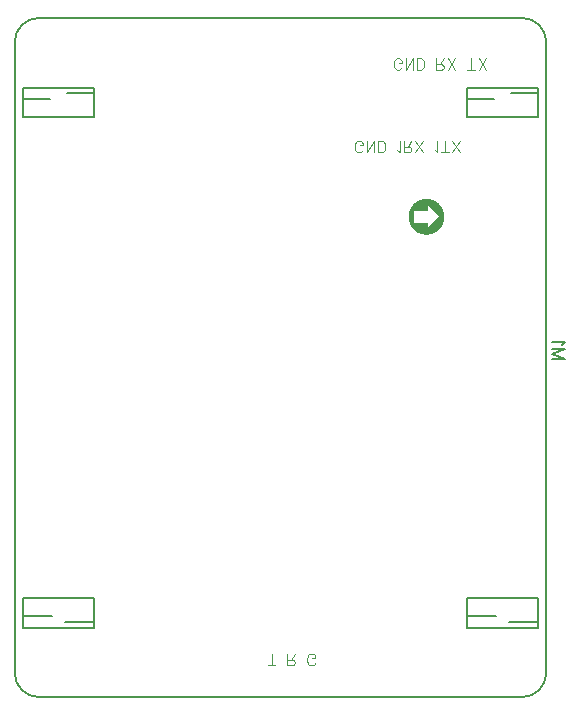
<source format=gbo>
G04 Layer: BottomSilkscreenLayer*
G04 EasyEDA v6.4.31, 2022-04-07 10:18:28*
G04 166d8731ec0749d1b06731797b2d177b,10*
G04 Gerber Generator version 0.2*
G04 Scale: 100 percent, Rotated: No, Reflected: No *
G04 Dimensions in inches *
G04 leading zeros omitted , absolute positions ,3 integer and 6 decimal *
%FSLAX36Y36*%
%MOIN*%

%ADD21C,0.0040*%
%ADD66C,0.0060*%
%ADD73C,0.0010*%

%LPD*%
D21*
X1392299Y-451300D02*
G01*
X1390500Y-454899D01*
X1386800Y-458499D01*
X1383199Y-460399D01*
X1375900Y-460399D01*
X1372299Y-458499D01*
X1368599Y-454899D01*
X1366800Y-451300D01*
X1365000Y-445799D01*
X1365000Y-436700D01*
X1366800Y-431300D01*
X1368599Y-427600D01*
X1372299Y-424000D01*
X1375900Y-422199D01*
X1383199Y-422199D01*
X1386800Y-424000D01*
X1390500Y-427600D01*
X1392299Y-431300D01*
X1392299Y-436700D01*
X1383199Y-436700D02*
G01*
X1392299Y-436700D01*
X1404300Y-460399D02*
G01*
X1404300Y-422199D01*
X1404300Y-460399D02*
G01*
X1429700Y-422199D01*
X1429700Y-460399D02*
G01*
X1429700Y-422199D01*
X1441700Y-460399D02*
G01*
X1441700Y-422199D01*
X1441700Y-460399D02*
G01*
X1454499Y-460399D01*
X1459899Y-458499D01*
X1463500Y-454899D01*
X1465399Y-451300D01*
X1467200Y-445799D01*
X1467200Y-436700D01*
X1465399Y-431300D01*
X1463500Y-427600D01*
X1459899Y-424000D01*
X1454499Y-422199D01*
X1441700Y-422199D01*
X1507200Y-460399D02*
G01*
X1507200Y-422199D01*
X1507200Y-460399D02*
G01*
X1523500Y-460399D01*
X1528999Y-458499D01*
X1530799Y-456700D01*
X1532600Y-453099D01*
X1532600Y-449499D01*
X1530799Y-445799D01*
X1528999Y-444000D01*
X1523500Y-442199D01*
X1507200Y-442199D01*
X1519899Y-442199D02*
G01*
X1532600Y-422199D01*
X1544600Y-460399D02*
G01*
X1570100Y-422199D01*
X1570100Y-460399D02*
G01*
X1544600Y-422199D01*
X1622799Y-460399D02*
G01*
X1622799Y-422199D01*
X1610100Y-460399D02*
G01*
X1635500Y-460399D01*
X1647500Y-460399D02*
G01*
X1673000Y-422199D01*
X1673000Y-460399D02*
G01*
X1647500Y-422199D01*
X1262299Y-726300D02*
G01*
X1260500Y-729899D01*
X1256800Y-733499D01*
X1253199Y-735399D01*
X1245900Y-735399D01*
X1242299Y-733499D01*
X1238599Y-729899D01*
X1236800Y-726300D01*
X1235000Y-720799D01*
X1235000Y-711700D01*
X1236800Y-706300D01*
X1238599Y-702600D01*
X1242299Y-699000D01*
X1245900Y-697199D01*
X1253199Y-697199D01*
X1256800Y-699000D01*
X1260500Y-702600D01*
X1262299Y-706300D01*
X1262299Y-711700D01*
X1253199Y-711700D02*
G01*
X1262299Y-711700D01*
X1274300Y-735399D02*
G01*
X1274300Y-697199D01*
X1274300Y-735399D02*
G01*
X1299700Y-697199D01*
X1299700Y-735399D02*
G01*
X1299700Y-697199D01*
X1311700Y-735399D02*
G01*
X1311700Y-697199D01*
X1311700Y-735399D02*
G01*
X1324499Y-735399D01*
X1329899Y-733499D01*
X1333500Y-729899D01*
X1335399Y-726300D01*
X1337200Y-720799D01*
X1337200Y-711700D01*
X1335399Y-706300D01*
X1333500Y-702600D01*
X1329899Y-699000D01*
X1324499Y-697199D01*
X1311700Y-697199D01*
X1377200Y-728099D02*
G01*
X1380799Y-729899D01*
X1386300Y-735399D01*
X1386300Y-697199D01*
X1398299Y-735399D02*
G01*
X1398299Y-697199D01*
X1398299Y-735399D02*
G01*
X1414600Y-735399D01*
X1420100Y-733499D01*
X1421899Y-731700D01*
X1423699Y-728099D01*
X1423699Y-724499D01*
X1421899Y-720799D01*
X1420100Y-719000D01*
X1414600Y-717199D01*
X1398299Y-717199D01*
X1411000Y-717199D02*
G01*
X1423699Y-697199D01*
X1435699Y-735399D02*
G01*
X1461199Y-697199D01*
X1461199Y-735399D02*
G01*
X1435699Y-697199D01*
X1501199Y-728099D02*
G01*
X1504799Y-729899D01*
X1510299Y-735399D01*
X1510299Y-697199D01*
X1535000Y-735399D02*
G01*
X1535000Y-697199D01*
X1522299Y-735399D02*
G01*
X1547700Y-735399D01*
X1559700Y-735399D02*
G01*
X1585200Y-697199D01*
X1585200Y-735399D02*
G01*
X1559700Y-697199D01*
X957727Y-2445363D02*
G01*
X957727Y-2407181D01*
X945000Y-2445363D02*
G01*
X970455Y-2445363D01*
X1010455Y-2445363D02*
G01*
X1010455Y-2407181D01*
X1010455Y-2445363D02*
G01*
X1026818Y-2445363D01*
X1032272Y-2443544D01*
X1034090Y-2441727D01*
X1035909Y-2438090D01*
X1035909Y-2434454D01*
X1034090Y-2430817D01*
X1032272Y-2429000D01*
X1026818Y-2427181D01*
X1010455Y-2427181D01*
X1023181Y-2427181D02*
G01*
X1035909Y-2407181D01*
X1103181Y-2436273D02*
G01*
X1101364Y-2439908D01*
X1097727Y-2443544D01*
X1094090Y-2445363D01*
X1086818Y-2445363D01*
X1083181Y-2443544D01*
X1079544Y-2439908D01*
X1077727Y-2436273D01*
X1075909Y-2430817D01*
X1075909Y-2421727D01*
X1077727Y-2416273D01*
X1079544Y-2412636D01*
X1083181Y-2409000D01*
X1086818Y-2407181D01*
X1094090Y-2407181D01*
X1097727Y-2409000D01*
X1101364Y-2412636D01*
X1103181Y-2416273D01*
X1103181Y-2421727D01*
X1094090Y-2421727D02*
G01*
X1103181Y-2421727D01*
D66*
X1935399Y-1425000D02*
G01*
X1892500Y-1425000D01*
X1935399Y-1425000D02*
G01*
X1892500Y-1408600D01*
X1935399Y-1392300D02*
G01*
X1892500Y-1408600D01*
X1935399Y-1392300D02*
G01*
X1892500Y-1392300D01*
X1927200Y-1378800D02*
G01*
X1929300Y-1374699D01*
X1935399Y-1368499D01*
X1892500Y-1368499D01*
D73*
X1415000Y-956995D02*
G01*
X1415000Y-939996D01*
X1416000Y-963000D02*
G01*
X1416000Y-935000D01*
X1416999Y-965999D02*
G01*
X1416999Y-931999D01*
X1418000Y-969000D02*
G01*
X1418000Y-929000D01*
X1418999Y-971999D02*
G01*
X1418999Y-925999D01*
X1420000Y-974000D02*
G01*
X1420000Y-924000D01*
X1421000Y-975999D02*
G01*
X1421000Y-921999D01*
X1421999Y-978000D02*
G01*
X1421999Y-920000D01*
X1423000Y-979000D02*
G01*
X1423000Y-918000D01*
X1423999Y-980999D02*
G01*
X1423999Y-916999D01*
X1425000Y-981999D02*
G01*
X1425000Y-915000D01*
X1426000Y-984000D02*
G01*
X1426000Y-914000D01*
X1426999Y-985000D02*
G01*
X1426999Y-913000D01*
X1428000Y-985999D02*
G01*
X1428000Y-911999D01*
X1428999Y-986999D02*
G01*
X1428999Y-910000D01*
X1430000Y-928000D02*
G01*
X1430000Y-909000D01*
X1430000Y-989000D02*
G01*
X1430000Y-970000D01*
X1431000Y-928000D02*
G01*
X1431000Y-908000D01*
X1431000Y-990000D02*
G01*
X1431000Y-970000D01*
X1431999Y-928000D02*
G01*
X1431999Y-906999D01*
X1431999Y-990999D02*
G01*
X1431999Y-970000D01*
X1433000Y-928000D02*
G01*
X1433000Y-905999D01*
X1433000Y-990999D02*
G01*
X1433000Y-970000D01*
X1433999Y-928000D02*
G01*
X1433999Y-905000D01*
X1433999Y-991999D02*
G01*
X1433999Y-970000D01*
X1435000Y-928000D02*
G01*
X1435000Y-904000D01*
X1435000Y-993000D02*
G01*
X1435000Y-970000D01*
X1436000Y-928000D02*
G01*
X1436000Y-904000D01*
X1436000Y-994000D02*
G01*
X1436000Y-970000D01*
X1436999Y-928000D02*
G01*
X1436999Y-903000D01*
X1436999Y-995000D02*
G01*
X1436999Y-970000D01*
X1438000Y-928000D02*
G01*
X1438000Y-901999D01*
X1438000Y-995999D02*
G01*
X1438000Y-970000D01*
X1438999Y-928000D02*
G01*
X1438999Y-900999D01*
X1438999Y-995999D02*
G01*
X1438999Y-970000D01*
X1440000Y-928000D02*
G01*
X1440000Y-900999D01*
X1440000Y-996999D02*
G01*
X1440000Y-970000D01*
X1441000Y-928000D02*
G01*
X1441000Y-900000D01*
X1441000Y-998000D02*
G01*
X1441000Y-970000D01*
X1441999Y-928000D02*
G01*
X1441999Y-900000D01*
X1441999Y-998000D02*
G01*
X1441999Y-970000D01*
X1443000Y-928000D02*
G01*
X1443000Y-899000D01*
X1443000Y-999000D02*
G01*
X1443000Y-970000D01*
X1443999Y-928000D02*
G01*
X1443999Y-898000D01*
X1443999Y-1000000D02*
G01*
X1443999Y-970000D01*
X1445000Y-928000D02*
G01*
X1445000Y-898000D01*
X1445000Y-1000000D02*
G01*
X1445000Y-970000D01*
X1446000Y-928000D02*
G01*
X1446000Y-896999D01*
X1446000Y-1000999D02*
G01*
X1446000Y-970000D01*
X1446999Y-928000D02*
G01*
X1446999Y-896999D01*
X1446999Y-1000999D02*
G01*
X1446999Y-970000D01*
X1448000Y-928000D02*
G01*
X1448000Y-895999D01*
X1448000Y-1001999D02*
G01*
X1448000Y-970000D01*
X1448999Y-928000D02*
G01*
X1448999Y-895999D01*
X1448999Y-1001999D02*
G01*
X1448999Y-970000D01*
X1450000Y-928000D02*
G01*
X1450000Y-895000D01*
X1450000Y-1001999D02*
G01*
X1450000Y-970000D01*
X1451000Y-928000D02*
G01*
X1451000Y-895000D01*
X1451000Y-1003000D02*
G01*
X1451000Y-970000D01*
X1451999Y-928000D02*
G01*
X1451999Y-895000D01*
X1451999Y-1003000D02*
G01*
X1451999Y-970000D01*
X1453000Y-928000D02*
G01*
X1453000Y-894000D01*
X1453000Y-1004000D02*
G01*
X1453000Y-970000D01*
X1453999Y-928000D02*
G01*
X1453999Y-894000D01*
X1453999Y-1004000D02*
G01*
X1453999Y-970000D01*
X1455000Y-928000D02*
G01*
X1455000Y-894000D01*
X1455000Y-1004000D02*
G01*
X1455000Y-970000D01*
X1456000Y-928000D02*
G01*
X1456000Y-893000D01*
X1456000Y-1005000D02*
G01*
X1456000Y-970000D01*
X1456999Y-928000D02*
G01*
X1456999Y-893000D01*
X1456999Y-1005000D02*
G01*
X1456999Y-970000D01*
X1458000Y-928000D02*
G01*
X1458000Y-893000D01*
X1458000Y-1005000D02*
G01*
X1458000Y-970000D01*
X1458999Y-928000D02*
G01*
X1458999Y-891999D01*
X1458999Y-1005000D02*
G01*
X1458999Y-970000D01*
X1460000Y-928000D02*
G01*
X1460000Y-891999D01*
X1460000Y-1005999D02*
G01*
X1460000Y-970000D01*
X1461000Y-928000D02*
G01*
X1461000Y-891999D01*
X1461000Y-1005999D02*
G01*
X1461000Y-970000D01*
X1461999Y-928000D02*
G01*
X1461999Y-891999D01*
X1461999Y-1005999D02*
G01*
X1461999Y-970000D01*
X1463000Y-928000D02*
G01*
X1463000Y-891999D01*
X1463000Y-1005999D02*
G01*
X1463000Y-970000D01*
X1463999Y-928000D02*
G01*
X1463999Y-891999D01*
X1463999Y-1005999D02*
G01*
X1463999Y-970000D01*
X1465000Y-928000D02*
G01*
X1465000Y-890999D01*
X1465000Y-1005999D02*
G01*
X1465000Y-970000D01*
X1466000Y-928000D02*
G01*
X1466000Y-890999D01*
X1466000Y-1006999D02*
G01*
X1466000Y-970000D01*
X1466999Y-928000D02*
G01*
X1466999Y-890999D01*
X1466999Y-1006999D02*
G01*
X1466999Y-970000D01*
X1468000Y-928000D02*
G01*
X1468000Y-890999D01*
X1468000Y-1006999D02*
G01*
X1468000Y-970000D01*
X1468999Y-928000D02*
G01*
X1468999Y-890999D01*
X1468999Y-1006999D02*
G01*
X1468999Y-970000D01*
X1470000Y-928000D02*
G01*
X1470000Y-890999D01*
X1470000Y-1006999D02*
G01*
X1470000Y-970000D01*
X1471000Y-928000D02*
G01*
X1471000Y-890999D01*
X1471000Y-1006999D02*
G01*
X1471000Y-970000D01*
X1471999Y-928000D02*
G01*
X1471999Y-890999D01*
X1471999Y-1006999D02*
G01*
X1471999Y-970000D01*
X1473000Y-928000D02*
G01*
X1473000Y-890999D01*
X1473000Y-1006999D02*
G01*
X1473000Y-970000D01*
X1473999Y-928000D02*
G01*
X1473999Y-890999D01*
X1473999Y-1006999D02*
G01*
X1473999Y-970000D01*
X1475000Y-926999D02*
G01*
X1475000Y-890999D01*
X1475000Y-1006999D02*
G01*
X1475000Y-970999D01*
X1476000Y-908000D02*
G01*
X1476000Y-890999D01*
X1476000Y-1006999D02*
G01*
X1476000Y-990000D01*
X1476999Y-909000D02*
G01*
X1476999Y-890999D01*
X1476999Y-1006999D02*
G01*
X1476999Y-989000D01*
X1478000Y-910000D02*
G01*
X1478000Y-890999D01*
X1478000Y-1006999D02*
G01*
X1478000Y-988000D01*
X1478999Y-910999D02*
G01*
X1478999Y-890999D01*
X1478999Y-1005999D02*
G01*
X1478999Y-986999D01*
X1480000Y-911999D02*
G01*
X1480000Y-890999D01*
X1480000Y-1005999D02*
G01*
X1480000Y-985999D01*
X1481000Y-913000D02*
G01*
X1481000Y-891999D01*
X1481000Y-1005999D02*
G01*
X1481000Y-985000D01*
X1481999Y-914000D02*
G01*
X1481999Y-891999D01*
X1481999Y-1005999D02*
G01*
X1481999Y-984000D01*
X1483000Y-915000D02*
G01*
X1483000Y-891999D01*
X1483000Y-1005999D02*
G01*
X1483000Y-983000D01*
X1483999Y-915999D02*
G01*
X1483999Y-891999D01*
X1483999Y-1005999D02*
G01*
X1483999Y-981999D01*
X1485000Y-916999D02*
G01*
X1485000Y-891999D01*
X1485000Y-1005999D02*
G01*
X1485000Y-980999D01*
X1486000Y-918000D02*
G01*
X1486000Y-893000D01*
X1486000Y-1005000D02*
G01*
X1486000Y-980000D01*
X1486999Y-919000D02*
G01*
X1486999Y-893000D01*
X1486999Y-1005000D02*
G01*
X1486999Y-979000D01*
X1488000Y-920000D02*
G01*
X1488000Y-893000D01*
X1488000Y-1005000D02*
G01*
X1488000Y-978000D01*
X1488999Y-920999D02*
G01*
X1488999Y-893000D01*
X1488999Y-1004000D02*
G01*
X1488999Y-976999D01*
X1490000Y-921999D02*
G01*
X1490000Y-894000D01*
X1490000Y-1004000D02*
G01*
X1490000Y-975999D01*
X1491000Y-923000D02*
G01*
X1491000Y-894000D01*
X1491000Y-1004000D02*
G01*
X1491000Y-975000D01*
X1491999Y-924000D02*
G01*
X1491999Y-894000D01*
X1491999Y-1003000D02*
G01*
X1491999Y-974000D01*
X1493000Y-925000D02*
G01*
X1493000Y-895000D01*
X1493000Y-1003000D02*
G01*
X1493000Y-973000D01*
X1493999Y-925999D02*
G01*
X1493999Y-895000D01*
X1493999Y-1003000D02*
G01*
X1493999Y-971999D01*
X1495000Y-926999D02*
G01*
X1495000Y-895000D01*
X1495000Y-1001999D02*
G01*
X1495000Y-970999D01*
X1496000Y-928000D02*
G01*
X1496000Y-895999D01*
X1496000Y-1001999D02*
G01*
X1496000Y-970000D01*
X1496999Y-929000D02*
G01*
X1496999Y-895999D01*
X1496999Y-1000999D02*
G01*
X1496999Y-969000D01*
X1498000Y-930000D02*
G01*
X1498000Y-896999D01*
X1498000Y-1000999D02*
G01*
X1498000Y-968000D01*
X1498999Y-930999D02*
G01*
X1498999Y-896999D01*
X1498999Y-1000000D02*
G01*
X1498999Y-966999D01*
X1500000Y-931999D02*
G01*
X1500000Y-898000D01*
X1500000Y-1000000D02*
G01*
X1500000Y-965999D01*
X1501000Y-933000D02*
G01*
X1501000Y-898000D01*
X1501000Y-999000D02*
G01*
X1501000Y-965000D01*
X1501999Y-934000D02*
G01*
X1501999Y-899000D01*
X1501999Y-999000D02*
G01*
X1501999Y-964000D01*
X1503000Y-935000D02*
G01*
X1503000Y-900000D01*
X1503000Y-998000D02*
G01*
X1503000Y-963000D01*
X1503999Y-935999D02*
G01*
X1503999Y-900000D01*
X1503999Y-996999D02*
G01*
X1503999Y-961999D01*
X1505000Y-936999D02*
G01*
X1505000Y-900999D01*
X1505000Y-996999D02*
G01*
X1505000Y-960999D01*
X1506000Y-938000D02*
G01*
X1506000Y-901999D01*
X1506000Y-995999D02*
G01*
X1506000Y-960000D01*
X1506999Y-939000D02*
G01*
X1506999Y-901999D01*
X1506999Y-995000D02*
G01*
X1506999Y-959000D01*
X1508000Y-940000D02*
G01*
X1508000Y-903000D01*
X1508000Y-995000D02*
G01*
X1508000Y-958000D01*
X1508999Y-940999D02*
G01*
X1508999Y-904000D01*
X1508999Y-994000D02*
G01*
X1508999Y-956999D01*
X1510000Y-941999D02*
G01*
X1510000Y-905000D01*
X1510000Y-993000D02*
G01*
X1510000Y-955999D01*
X1511000Y-943000D02*
G01*
X1511000Y-905999D01*
X1511000Y-991999D02*
G01*
X1511000Y-955000D01*
X1511999Y-944000D02*
G01*
X1511999Y-906999D01*
X1511999Y-990999D02*
G01*
X1511999Y-954000D01*
X1513000Y-945000D02*
G01*
X1513000Y-908000D01*
X1513000Y-990000D02*
G01*
X1513000Y-953000D01*
X1513999Y-945999D02*
G01*
X1513999Y-909000D01*
X1513999Y-989000D02*
G01*
X1513999Y-951999D01*
X1515000Y-946999D02*
G01*
X1515000Y-910000D01*
X1515000Y-988000D02*
G01*
X1515000Y-950999D01*
X1516000Y-948000D02*
G01*
X1516000Y-910999D01*
X1516000Y-986999D02*
G01*
X1516000Y-950000D01*
X1516999Y-985999D02*
G01*
X1516999Y-911999D01*
X1518000Y-985000D02*
G01*
X1518000Y-913000D01*
X1518999Y-983000D02*
G01*
X1518999Y-915000D01*
X1520000Y-981999D02*
G01*
X1520000Y-915999D01*
X1521000Y-980000D02*
G01*
X1521000Y-916999D01*
X1521999Y-979000D02*
G01*
X1521999Y-919000D01*
X1523000Y-976999D02*
G01*
X1523000Y-920999D01*
X1523999Y-975000D02*
G01*
X1523999Y-923000D01*
X1525000Y-973000D02*
G01*
X1525000Y-925000D01*
X1526000Y-970999D02*
G01*
X1526000Y-926999D01*
X1526999Y-968000D02*
G01*
X1526999Y-930000D01*
X1528000Y-965000D02*
G01*
X1528000Y-933000D01*
X1528999Y-960999D02*
G01*
X1528999Y-936999D01*
X1530000Y-955000D02*
G01*
X1530000Y-943000D01*
D66*
X181500Y-287573D02*
G01*
X1793149Y-287573D01*
X1873149Y-2471354D02*
G01*
X1873149Y-367573D01*
X181500Y-2551354D02*
G01*
X1793149Y-2551354D01*
X101500Y-2471354D02*
G01*
X101500Y-2409153D01*
X101500Y-367573D01*
X1609056Y-519643D02*
G01*
X1845276Y-519643D01*
X1845276Y-618074D01*
X1609056Y-618074D01*
X1609056Y-519643D01*
X1609056Y-558033D02*
G01*
X1697636Y-558033D01*
X1756696Y-538344D02*
G01*
X1845276Y-538344D01*
X130345Y-2222444D02*
G01*
X365585Y-2222444D01*
X365585Y-2320864D01*
X129365Y-2320864D01*
X129365Y-2222444D01*
X129365Y-2282483D02*
G01*
X225826Y-2282483D01*
X269126Y-2302163D02*
G01*
X365585Y-2302163D01*
X1610036Y-2222444D02*
G01*
X1845276Y-2222444D01*
X1845276Y-2320864D01*
X1609056Y-2320864D01*
X1609056Y-2222444D01*
X1609056Y-2282483D02*
G01*
X1705515Y-2282483D01*
X1748815Y-2302163D02*
G01*
X1845276Y-2302163D01*
X129365Y-519643D02*
G01*
X365585Y-519643D01*
X365585Y-618074D01*
X129365Y-618074D01*
X129365Y-519643D01*
X129365Y-558033D02*
G01*
X217946Y-558033D01*
X277006Y-538344D02*
G01*
X365585Y-538344D01*
G75*
G01*
X101500Y-367574D02*
G02*
X181500Y-287574I80000J0D01*
G75*
G01*
X1793150Y-287574D02*
G02*
X1873150Y-367574I0J-80000D01*
G75*
G01*
X1873150Y-2471354D02*
G02*
X1793150Y-2551354I-79997J-3D01*
G75*
G01*
X181500Y-2551354D02*
G02*
X101500Y-2471354I0J80000D01*
M02*

</source>
